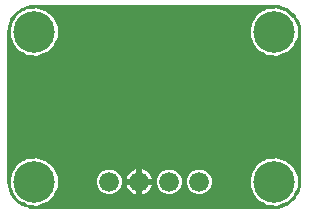
<source format=gbr>
G04 EAGLE Gerber RS-274X export*
G75*
%MOMM*%
%FSLAX34Y34*%
%LPD*%
%INBottom Copper*%
%IPPOS*%
%AMOC8*
5,1,8,0,0,1.08239X$1,22.5*%
G01*
%ADD10C,1.676400*%
%ADD11C,3.516000*%
%ADD12C,0.906400*%

G36*
X167662Y-142872D02*
X167662Y-142872D01*
X167740Y-142870D01*
X171117Y-142605D01*
X171185Y-142591D01*
X171254Y-142586D01*
X171410Y-142546D01*
X177834Y-140459D01*
X177941Y-140409D01*
X178052Y-140365D01*
X178103Y-140332D01*
X178122Y-140324D01*
X178137Y-140311D01*
X178188Y-140279D01*
X183652Y-136308D01*
X183739Y-136227D01*
X183786Y-136188D01*
X183792Y-136184D01*
X183793Y-136182D01*
X183831Y-136151D01*
X183869Y-136105D01*
X183884Y-136091D01*
X183895Y-136074D01*
X183933Y-136028D01*
X185626Y-133698D01*
X185639Y-133674D01*
X185656Y-133654D01*
X185715Y-133536D01*
X185779Y-133419D01*
X185786Y-133393D01*
X185798Y-133369D01*
X185825Y-133241D01*
X185839Y-133230D01*
X185863Y-133219D01*
X185965Y-133134D01*
X186071Y-133054D01*
X186088Y-133033D01*
X186108Y-133017D01*
X186211Y-132893D01*
X187904Y-130563D01*
X187961Y-130459D01*
X188025Y-130359D01*
X188047Y-130302D01*
X188057Y-130284D01*
X188062Y-130264D01*
X188084Y-130209D01*
X190171Y-123785D01*
X190184Y-123717D01*
X190207Y-123651D01*
X190230Y-123492D01*
X190495Y-120115D01*
X190495Y-120111D01*
X190496Y-120108D01*
X190495Y-120089D01*
X190499Y-120015D01*
X190499Y6985D01*
X190497Y7007D01*
X190495Y7085D01*
X190230Y10462D01*
X190216Y10530D01*
X190211Y10599D01*
X190171Y10755D01*
X188084Y17179D01*
X188033Y17286D01*
X187990Y17397D01*
X187957Y17448D01*
X187949Y17467D01*
X187936Y17482D01*
X187904Y17533D01*
X186211Y19863D01*
X186193Y19882D01*
X186179Y19905D01*
X186084Y19998D01*
X185993Y20094D01*
X185971Y20109D01*
X185952Y20127D01*
X185838Y20193D01*
X185832Y20209D01*
X185829Y20236D01*
X185780Y20360D01*
X185737Y20485D01*
X185722Y20507D01*
X185712Y20532D01*
X185626Y20668D01*
X183933Y22998D01*
X183852Y23084D01*
X183776Y23176D01*
X183730Y23214D01*
X183716Y23229D01*
X183698Y23240D01*
X183652Y23278D01*
X182076Y24424D01*
X178188Y27249D01*
X178084Y27306D01*
X177984Y27370D01*
X177927Y27392D01*
X177909Y27402D01*
X177889Y27407D01*
X177834Y27429D01*
X171410Y29516D01*
X171342Y29529D01*
X171276Y29552D01*
X171117Y29575D01*
X167740Y29840D01*
X167718Y29839D01*
X167640Y29844D01*
X-35560Y29844D01*
X-35582Y29842D01*
X-35660Y29840D01*
X-39037Y29575D01*
X-39105Y29561D01*
X-39174Y29556D01*
X-39330Y29516D01*
X-42068Y28626D01*
X-42093Y28615D01*
X-42119Y28609D01*
X-42236Y28548D01*
X-42356Y28491D01*
X-42377Y28474D01*
X-42400Y28462D01*
X-42498Y28374D01*
X-42515Y28373D01*
X-42542Y28378D01*
X-42674Y28370D01*
X-42807Y28368D01*
X-42832Y28360D01*
X-42859Y28359D01*
X-43015Y28319D01*
X-45754Y27429D01*
X-45861Y27379D01*
X-45972Y27335D01*
X-46023Y27302D01*
X-46042Y27294D01*
X-46057Y27281D01*
X-46108Y27249D01*
X-51572Y23278D01*
X-51659Y23197D01*
X-51751Y23121D01*
X-51789Y23075D01*
X-51804Y23061D01*
X-51815Y23043D01*
X-51853Y22997D01*
X-55824Y17533D01*
X-55881Y17429D01*
X-55945Y17329D01*
X-55967Y17272D01*
X-55977Y17254D01*
X-55982Y17234D01*
X-56004Y17179D01*
X-58091Y10755D01*
X-58104Y10687D01*
X-58127Y10621D01*
X-58150Y10462D01*
X-58415Y7085D01*
X-58414Y7063D01*
X-58419Y6985D01*
X-58419Y-120015D01*
X-58417Y-120037D01*
X-58415Y-120115D01*
X-58150Y-123492D01*
X-58136Y-123560D01*
X-58131Y-123629D01*
X-58091Y-123785D01*
X-56004Y-130209D01*
X-55954Y-130316D01*
X-55910Y-130427D01*
X-55877Y-130478D01*
X-55869Y-130497D01*
X-55856Y-130512D01*
X-55824Y-130563D01*
X-51853Y-136027D01*
X-51833Y-136049D01*
X-51822Y-136067D01*
X-51776Y-136110D01*
X-51772Y-136114D01*
X-51696Y-136206D01*
X-51650Y-136244D01*
X-51636Y-136259D01*
X-51618Y-136270D01*
X-51572Y-136308D01*
X-46364Y-140093D01*
X-46108Y-140279D01*
X-46004Y-140336D01*
X-45904Y-140400D01*
X-45847Y-140422D01*
X-45829Y-140432D01*
X-45809Y-140437D01*
X-45754Y-140459D01*
X-43015Y-141349D01*
X-42989Y-141354D01*
X-42964Y-141364D01*
X-42833Y-141384D01*
X-42703Y-141409D01*
X-42676Y-141407D01*
X-42650Y-141411D01*
X-42519Y-141397D01*
X-42505Y-141407D01*
X-42486Y-141426D01*
X-42375Y-141498D01*
X-42266Y-141573D01*
X-42241Y-141583D01*
X-42218Y-141597D01*
X-42069Y-141656D01*
X-39330Y-142546D01*
X-39262Y-142559D01*
X-39196Y-142582D01*
X-39037Y-142605D01*
X-35660Y-142870D01*
X-35638Y-142869D01*
X-35560Y-142874D01*
X167640Y-142874D01*
X167662Y-142872D01*
G37*
%LPC*%
G36*
X165916Y-139635D02*
X165916Y-139635D01*
X165898Y-139635D01*
X165783Y-139628D01*
X163739Y-139628D01*
X163191Y-139401D01*
X163092Y-139374D01*
X162997Y-139338D01*
X162905Y-139323D01*
X162884Y-139317D01*
X162871Y-139317D01*
X162838Y-139311D01*
X161419Y-139162D01*
X158455Y-137451D01*
X158453Y-137450D01*
X158450Y-137448D01*
X158306Y-137377D01*
X156530Y-136642D01*
X155933Y-136045D01*
X155866Y-135993D01*
X155805Y-135932D01*
X155691Y-135857D01*
X155682Y-135850D01*
X155678Y-135848D01*
X155671Y-135843D01*
X154169Y-134976D01*
X152379Y-132512D01*
X152366Y-132498D01*
X152356Y-132482D01*
X152249Y-132361D01*
X151013Y-131125D01*
X150597Y-130119D01*
X150562Y-130059D01*
X150537Y-129995D01*
X150451Y-129859D01*
X149248Y-128204D01*
X148687Y-125566D01*
X148676Y-125532D01*
X148671Y-125496D01*
X148619Y-125344D01*
X148027Y-123916D01*
X148027Y-122593D01*
X148021Y-122541D01*
X148023Y-122489D01*
X148000Y-122329D01*
X147508Y-120015D01*
X148000Y-117701D01*
X148004Y-117648D01*
X148017Y-117598D01*
X148027Y-117437D01*
X148027Y-116114D01*
X148619Y-114686D01*
X148628Y-114652D01*
X148644Y-114620D01*
X148687Y-114464D01*
X149248Y-111826D01*
X150451Y-110171D01*
X150484Y-110110D01*
X150526Y-110055D01*
X150597Y-109911D01*
X151013Y-108905D01*
X152249Y-107669D01*
X152261Y-107654D01*
X152276Y-107642D01*
X152379Y-107518D01*
X154169Y-105054D01*
X155671Y-104187D01*
X155739Y-104135D01*
X155813Y-104091D01*
X155915Y-104001D01*
X155924Y-103994D01*
X155927Y-103991D01*
X155933Y-103985D01*
X156530Y-103388D01*
X158306Y-102653D01*
X158308Y-102651D01*
X158311Y-102651D01*
X158455Y-102579D01*
X161419Y-100868D01*
X162838Y-100719D01*
X162938Y-100695D01*
X163039Y-100681D01*
X163127Y-100651D01*
X163148Y-100646D01*
X163160Y-100640D01*
X163191Y-100629D01*
X163739Y-100402D01*
X165783Y-100402D01*
X165800Y-100400D01*
X165916Y-100395D01*
X169744Y-99993D01*
X170813Y-100340D01*
X170930Y-100362D01*
X171045Y-100392D01*
X171105Y-100396D01*
X171125Y-100400D01*
X171146Y-100398D01*
X171205Y-100402D01*
X171541Y-100402D01*
X173449Y-101192D01*
X173470Y-101198D01*
X173543Y-101227D01*
X177706Y-102580D01*
X178318Y-103130D01*
X178429Y-103208D01*
X178537Y-103289D01*
X178567Y-103304D01*
X178579Y-103312D01*
X178599Y-103319D01*
X178681Y-103360D01*
X178750Y-103388D01*
X180045Y-104683D01*
X180059Y-104694D01*
X180093Y-104729D01*
X183927Y-108181D01*
X184140Y-108659D01*
X184219Y-108789D01*
X184490Y-109444D01*
X184495Y-109452D01*
X184503Y-109474D01*
X187332Y-115829D01*
X187332Y-124201D01*
X184503Y-130556D01*
X184500Y-130566D01*
X184490Y-130586D01*
X184234Y-131204D01*
X184215Y-131228D01*
X184210Y-131237D01*
X184208Y-131240D01*
X184203Y-131250D01*
X184140Y-131371D01*
X184025Y-131630D01*
X184017Y-131656D01*
X184004Y-131679D01*
X183971Y-131808D01*
X183954Y-131863D01*
X183920Y-131879D01*
X183900Y-131896D01*
X183876Y-131908D01*
X183750Y-132008D01*
X180093Y-135301D01*
X180081Y-135315D01*
X180045Y-135347D01*
X178750Y-136642D01*
X178681Y-136670D01*
X178564Y-136737D01*
X178444Y-136800D01*
X178417Y-136821D01*
X178405Y-136828D01*
X178390Y-136843D01*
X178318Y-136900D01*
X177706Y-137450D01*
X173542Y-138803D01*
X173523Y-138812D01*
X173449Y-138838D01*
X171541Y-139628D01*
X171205Y-139628D01*
X171087Y-139643D01*
X170969Y-139650D01*
X170910Y-139665D01*
X170890Y-139668D01*
X170871Y-139675D01*
X170813Y-139690D01*
X169744Y-140037D01*
X165916Y-139635D01*
G37*
%LPD*%
%LPC*%
G36*
X-37284Y-139635D02*
X-37284Y-139635D01*
X-37302Y-139635D01*
X-37417Y-139628D01*
X-39461Y-139628D01*
X-40009Y-139401D01*
X-40108Y-139374D01*
X-40203Y-139338D01*
X-40295Y-139323D01*
X-40316Y-139317D01*
X-40329Y-139317D01*
X-40362Y-139311D01*
X-41544Y-139187D01*
X-41570Y-139188D01*
X-41596Y-139183D01*
X-41729Y-139191D01*
X-41787Y-139192D01*
X-41813Y-139165D01*
X-41835Y-139150D01*
X-41854Y-139132D01*
X-41988Y-139043D01*
X-44745Y-137451D01*
X-44747Y-137450D01*
X-44750Y-137448D01*
X-44894Y-137377D01*
X-46670Y-136642D01*
X-47267Y-136045D01*
X-47334Y-135993D01*
X-47395Y-135932D01*
X-47509Y-135857D01*
X-47518Y-135850D01*
X-47522Y-135848D01*
X-47529Y-135843D01*
X-49031Y-134976D01*
X-50821Y-132512D01*
X-50834Y-132498D01*
X-50844Y-132482D01*
X-50951Y-132361D01*
X-52187Y-131125D01*
X-52603Y-130119D01*
X-52638Y-130059D01*
X-52663Y-129995D01*
X-52749Y-129859D01*
X-53952Y-128204D01*
X-54513Y-125566D01*
X-54524Y-125532D01*
X-54529Y-125496D01*
X-54581Y-125344D01*
X-55173Y-123916D01*
X-55173Y-122593D01*
X-55179Y-122541D01*
X-55177Y-122489D01*
X-55200Y-122329D01*
X-55692Y-120015D01*
X-55200Y-117701D01*
X-55196Y-117648D01*
X-55183Y-117598D01*
X-55173Y-117437D01*
X-55173Y-116114D01*
X-54581Y-114686D01*
X-54572Y-114652D01*
X-54556Y-114620D01*
X-54513Y-114464D01*
X-53952Y-111826D01*
X-52749Y-110171D01*
X-52716Y-110110D01*
X-52674Y-110055D01*
X-52603Y-109911D01*
X-52187Y-108905D01*
X-50951Y-107669D01*
X-50939Y-107654D01*
X-50924Y-107642D01*
X-50821Y-107518D01*
X-49031Y-105054D01*
X-47529Y-104187D01*
X-47461Y-104135D01*
X-47387Y-104091D01*
X-47285Y-104001D01*
X-47276Y-103994D01*
X-47273Y-103991D01*
X-47267Y-103985D01*
X-46670Y-103388D01*
X-44894Y-102653D01*
X-44892Y-102651D01*
X-44889Y-102651D01*
X-44745Y-102579D01*
X-41781Y-100868D01*
X-40362Y-100719D01*
X-40262Y-100695D01*
X-40161Y-100681D01*
X-40073Y-100651D01*
X-40052Y-100646D01*
X-40040Y-100640D01*
X-40009Y-100629D01*
X-39461Y-100402D01*
X-37417Y-100402D01*
X-37400Y-100400D01*
X-37284Y-100395D01*
X-33456Y-99993D01*
X-32387Y-100340D01*
X-32270Y-100362D01*
X-32155Y-100392D01*
X-32095Y-100396D01*
X-32075Y-100400D01*
X-32054Y-100398D01*
X-31995Y-100402D01*
X-31659Y-100402D01*
X-29751Y-101192D01*
X-29730Y-101198D01*
X-29657Y-101227D01*
X-25494Y-102580D01*
X-24882Y-103130D01*
X-24771Y-103208D01*
X-24663Y-103289D01*
X-24633Y-103304D01*
X-24621Y-103312D01*
X-24601Y-103319D01*
X-24519Y-103360D01*
X-24450Y-103388D01*
X-23155Y-104683D01*
X-23141Y-104694D01*
X-23107Y-104729D01*
X-19273Y-108181D01*
X-19060Y-108659D01*
X-18981Y-108789D01*
X-18710Y-109444D01*
X-18705Y-109452D01*
X-18697Y-109474D01*
X-15868Y-115829D01*
X-15868Y-124201D01*
X-18697Y-130556D01*
X-18700Y-130566D01*
X-18710Y-130586D01*
X-18966Y-131204D01*
X-18985Y-131228D01*
X-18990Y-131236D01*
X-18992Y-131240D01*
X-18997Y-131251D01*
X-19060Y-131371D01*
X-19273Y-131849D01*
X-23107Y-135301D01*
X-23119Y-135315D01*
X-23155Y-135347D01*
X-24450Y-136642D01*
X-24519Y-136670D01*
X-24636Y-136737D01*
X-24756Y-136800D01*
X-24783Y-136821D01*
X-24795Y-136828D01*
X-24810Y-136843D01*
X-24882Y-136900D01*
X-25494Y-137450D01*
X-29658Y-138803D01*
X-29677Y-138812D01*
X-29751Y-138838D01*
X-31659Y-139628D01*
X-31995Y-139628D01*
X-32113Y-139643D01*
X-32231Y-139650D01*
X-32290Y-139665D01*
X-32310Y-139668D01*
X-32329Y-139675D01*
X-32387Y-139690D01*
X-33456Y-140037D01*
X-37284Y-139635D01*
G37*
%LPD*%
%LPC*%
G36*
X165916Y-12635D02*
X165916Y-12635D01*
X165898Y-12635D01*
X165783Y-12628D01*
X163739Y-12628D01*
X163191Y-12401D01*
X163092Y-12374D01*
X162997Y-12338D01*
X162905Y-12323D01*
X162884Y-12317D01*
X162871Y-12317D01*
X162838Y-12311D01*
X161419Y-12162D01*
X158455Y-10451D01*
X158453Y-10450D01*
X158450Y-10448D01*
X158306Y-10377D01*
X156530Y-9642D01*
X155933Y-9045D01*
X155866Y-8993D01*
X155805Y-8932D01*
X155691Y-8857D01*
X155682Y-8850D01*
X155678Y-8848D01*
X155671Y-8843D01*
X154169Y-7976D01*
X152379Y-5512D01*
X152366Y-5498D01*
X152356Y-5482D01*
X152249Y-5361D01*
X151013Y-4125D01*
X150597Y-3119D01*
X150562Y-3059D01*
X150537Y-2995D01*
X150451Y-2859D01*
X149248Y-1204D01*
X148687Y1434D01*
X148676Y1468D01*
X148671Y1504D01*
X148619Y1656D01*
X148027Y3084D01*
X148027Y4407D01*
X148021Y4459D01*
X148023Y4511D01*
X148000Y4671D01*
X147508Y6985D01*
X148000Y9299D01*
X148004Y9352D01*
X148017Y9402D01*
X148027Y9563D01*
X148027Y10886D01*
X148619Y12314D01*
X148628Y12348D01*
X148644Y12380D01*
X148687Y12536D01*
X149248Y15174D01*
X150451Y16829D01*
X150484Y16890D01*
X150526Y16945D01*
X150597Y17089D01*
X151013Y18095D01*
X152249Y19331D01*
X152261Y19346D01*
X152276Y19358D01*
X152379Y19482D01*
X154169Y21946D01*
X155671Y22813D01*
X155739Y22865D01*
X155813Y22909D01*
X155915Y22999D01*
X155924Y23006D01*
X155927Y23009D01*
X155933Y23015D01*
X156530Y23612D01*
X158306Y24347D01*
X158308Y24349D01*
X158311Y24349D01*
X158455Y24421D01*
X161419Y26132D01*
X162838Y26281D01*
X162938Y26305D01*
X163039Y26319D01*
X163127Y26349D01*
X163148Y26354D01*
X163160Y26360D01*
X163191Y26371D01*
X163739Y26598D01*
X165783Y26598D01*
X165800Y26600D01*
X165916Y26605D01*
X169744Y27007D01*
X170813Y26660D01*
X170930Y26638D01*
X171045Y26608D01*
X171105Y26604D01*
X171125Y26600D01*
X171146Y26602D01*
X171205Y26598D01*
X171541Y26598D01*
X173449Y25807D01*
X173470Y25802D01*
X173543Y25773D01*
X177706Y24420D01*
X178318Y23870D01*
X178429Y23792D01*
X178537Y23711D01*
X178567Y23696D01*
X178579Y23688D01*
X178599Y23681D01*
X178681Y23640D01*
X178750Y23612D01*
X180045Y22317D01*
X180059Y22306D01*
X180093Y22271D01*
X183750Y18978D01*
X183772Y18963D01*
X183790Y18944D01*
X183902Y18872D01*
X183950Y18839D01*
X183954Y18802D01*
X183964Y18777D01*
X183969Y18751D01*
X184025Y18600D01*
X184140Y18341D01*
X184219Y18211D01*
X184490Y17556D01*
X184495Y17547D01*
X184503Y17526D01*
X187332Y11171D01*
X187332Y2799D01*
X184503Y-3556D01*
X184500Y-3566D01*
X184490Y-3586D01*
X184234Y-4204D01*
X184215Y-4228D01*
X184210Y-4236D01*
X184208Y-4240D01*
X184203Y-4251D01*
X184140Y-4371D01*
X183927Y-4849D01*
X180093Y-8301D01*
X180081Y-8315D01*
X180045Y-8347D01*
X178750Y-9642D01*
X178681Y-9670D01*
X178564Y-9737D01*
X178444Y-9800D01*
X178417Y-9821D01*
X178405Y-9828D01*
X178390Y-9843D01*
X178318Y-9900D01*
X177706Y-10450D01*
X173542Y-11803D01*
X173523Y-11812D01*
X173449Y-11838D01*
X171541Y-12628D01*
X171205Y-12628D01*
X171087Y-12643D01*
X170969Y-12650D01*
X170910Y-12665D01*
X170890Y-12668D01*
X170871Y-12675D01*
X170813Y-12690D01*
X169744Y-13037D01*
X165916Y-12635D01*
G37*
%LPD*%
%LPC*%
G36*
X-37284Y-12635D02*
X-37284Y-12635D01*
X-37302Y-12635D01*
X-37417Y-12628D01*
X-39461Y-12628D01*
X-40009Y-12401D01*
X-40108Y-12374D01*
X-40203Y-12338D01*
X-40295Y-12323D01*
X-40316Y-12317D01*
X-40329Y-12317D01*
X-40362Y-12311D01*
X-41781Y-12162D01*
X-44745Y-10451D01*
X-44747Y-10450D01*
X-44750Y-10448D01*
X-44894Y-10377D01*
X-46670Y-9642D01*
X-47267Y-9045D01*
X-47334Y-8993D01*
X-47395Y-8932D01*
X-47509Y-8857D01*
X-47518Y-8850D01*
X-47522Y-8848D01*
X-47529Y-8843D01*
X-49031Y-7976D01*
X-50821Y-5512D01*
X-50834Y-5498D01*
X-50844Y-5482D01*
X-50951Y-5361D01*
X-52187Y-4125D01*
X-52603Y-3119D01*
X-52638Y-3059D01*
X-52663Y-2995D01*
X-52749Y-2859D01*
X-53952Y-1204D01*
X-54513Y1434D01*
X-54524Y1468D01*
X-54529Y1504D01*
X-54581Y1656D01*
X-55173Y3084D01*
X-55173Y4407D01*
X-55179Y4459D01*
X-55177Y4511D01*
X-55200Y4671D01*
X-55692Y6985D01*
X-55200Y9299D01*
X-55196Y9352D01*
X-55183Y9402D01*
X-55173Y9563D01*
X-55173Y10886D01*
X-54581Y12314D01*
X-54572Y12348D01*
X-54556Y12380D01*
X-54513Y12536D01*
X-53952Y15174D01*
X-52749Y16829D01*
X-52716Y16890D01*
X-52674Y16945D01*
X-52603Y17089D01*
X-52187Y18095D01*
X-50951Y19331D01*
X-50939Y19346D01*
X-50924Y19358D01*
X-50821Y19482D01*
X-49031Y21946D01*
X-47529Y22813D01*
X-47461Y22865D01*
X-47387Y22909D01*
X-47285Y22999D01*
X-47276Y23006D01*
X-47273Y23009D01*
X-47267Y23015D01*
X-46670Y23612D01*
X-44894Y24347D01*
X-44892Y24349D01*
X-44889Y24349D01*
X-44745Y24421D01*
X-41988Y26013D01*
X-41967Y26029D01*
X-41943Y26040D01*
X-41841Y26125D01*
X-41794Y26160D01*
X-41757Y26153D01*
X-41731Y26154D01*
X-41704Y26150D01*
X-41544Y26157D01*
X-40362Y26281D01*
X-40262Y26305D01*
X-40161Y26319D01*
X-40073Y26349D01*
X-40052Y26354D01*
X-40040Y26360D01*
X-40009Y26371D01*
X-39461Y26598D01*
X-37417Y26598D01*
X-37400Y26600D01*
X-37284Y26605D01*
X-33456Y27007D01*
X-32387Y26660D01*
X-32270Y26638D01*
X-32155Y26608D01*
X-32095Y26604D01*
X-32075Y26600D01*
X-32054Y26602D01*
X-31995Y26598D01*
X-31659Y26598D01*
X-29751Y25807D01*
X-29730Y25802D01*
X-29657Y25773D01*
X-25494Y24420D01*
X-24882Y23870D01*
X-24771Y23792D01*
X-24663Y23711D01*
X-24633Y23696D01*
X-24621Y23688D01*
X-24601Y23681D01*
X-24519Y23640D01*
X-24450Y23612D01*
X-23155Y22317D01*
X-23141Y22306D01*
X-23107Y22271D01*
X-19273Y18819D01*
X-19060Y18341D01*
X-18981Y18211D01*
X-18710Y17556D01*
X-18705Y17547D01*
X-18697Y17526D01*
X-15868Y11171D01*
X-15868Y2799D01*
X-18697Y-3556D01*
X-18700Y-3566D01*
X-18710Y-3586D01*
X-18966Y-4204D01*
X-18985Y-4228D01*
X-18990Y-4236D01*
X-18992Y-4240D01*
X-18997Y-4251D01*
X-19060Y-4371D01*
X-19273Y-4849D01*
X-23107Y-8301D01*
X-23119Y-8315D01*
X-23155Y-8347D01*
X-24450Y-9642D01*
X-24519Y-9670D01*
X-24636Y-9737D01*
X-24756Y-9800D01*
X-24783Y-9821D01*
X-24795Y-9828D01*
X-24810Y-9843D01*
X-24882Y-9900D01*
X-25494Y-10450D01*
X-29658Y-11803D01*
X-29677Y-11812D01*
X-29751Y-11838D01*
X-31659Y-12628D01*
X-31995Y-12628D01*
X-32113Y-12643D01*
X-32231Y-12650D01*
X-32290Y-12665D01*
X-32310Y-12668D01*
X-32329Y-12675D01*
X-32387Y-12690D01*
X-33456Y-13037D01*
X-37284Y-12635D01*
G37*
%LPD*%
%LPC*%
G36*
X102068Y-130430D02*
X102068Y-130430D01*
X98241Y-128844D01*
X95311Y-125914D01*
X93725Y-122087D01*
X93725Y-117943D01*
X95311Y-114116D01*
X98241Y-111186D01*
X102068Y-109600D01*
X106212Y-109600D01*
X110039Y-111186D01*
X112969Y-114116D01*
X114555Y-117943D01*
X114555Y-122087D01*
X112969Y-125914D01*
X110039Y-128844D01*
X106212Y-130430D01*
X102068Y-130430D01*
G37*
%LPD*%
%LPC*%
G36*
X76668Y-130430D02*
X76668Y-130430D01*
X72841Y-128844D01*
X69911Y-125914D01*
X68325Y-122087D01*
X68325Y-117943D01*
X69911Y-114116D01*
X72841Y-111186D01*
X76668Y-109600D01*
X80812Y-109600D01*
X84639Y-111186D01*
X87569Y-114116D01*
X89155Y-117943D01*
X89155Y-122087D01*
X87569Y-125914D01*
X84639Y-128844D01*
X80812Y-130430D01*
X76668Y-130430D01*
G37*
%LPD*%
%LPC*%
G36*
X25868Y-130430D02*
X25868Y-130430D01*
X22041Y-128844D01*
X19111Y-125914D01*
X17525Y-122087D01*
X17525Y-117943D01*
X19111Y-114116D01*
X22041Y-111186D01*
X25868Y-109600D01*
X30012Y-109600D01*
X33839Y-111186D01*
X36769Y-114116D01*
X38355Y-117943D01*
X38355Y-122087D01*
X36769Y-125914D01*
X33839Y-128844D01*
X30012Y-130430D01*
X25868Y-130430D01*
G37*
%LPD*%
%LPC*%
G36*
X55839Y-122514D02*
X55839Y-122514D01*
X64003Y-122514D01*
X63994Y-122573D01*
X63463Y-124208D01*
X62682Y-125740D01*
X61671Y-127131D01*
X60456Y-128346D01*
X59065Y-129357D01*
X57533Y-130138D01*
X55898Y-130669D01*
X55839Y-130678D01*
X55839Y-122514D01*
G37*
%LPD*%
%LPC*%
G36*
X55839Y-117516D02*
X55839Y-117516D01*
X55839Y-109352D01*
X55898Y-109361D01*
X57533Y-109892D01*
X59065Y-110673D01*
X60456Y-111684D01*
X61671Y-112899D01*
X62682Y-114290D01*
X63463Y-115822D01*
X63994Y-117457D01*
X64003Y-117516D01*
X55839Y-117516D01*
G37*
%LPD*%
%LPC*%
G36*
X50782Y-130669D02*
X50782Y-130669D01*
X49147Y-130138D01*
X47615Y-129357D01*
X46224Y-128346D01*
X45009Y-127131D01*
X43998Y-125740D01*
X43217Y-124208D01*
X42686Y-122573D01*
X42677Y-122514D01*
X50841Y-122514D01*
X50841Y-130678D01*
X50782Y-130669D01*
G37*
%LPD*%
%LPC*%
G36*
X42677Y-117516D02*
X42677Y-117516D01*
X42686Y-117457D01*
X43217Y-115822D01*
X43998Y-114290D01*
X45009Y-112899D01*
X46224Y-111684D01*
X47615Y-110673D01*
X49147Y-109892D01*
X50782Y-109361D01*
X50841Y-109352D01*
X50841Y-117516D01*
X42677Y-117516D01*
G37*
%LPD*%
D10*
X27940Y-120015D03*
X53340Y-120015D03*
X78740Y-120015D03*
X104140Y-120015D03*
D11*
X-35560Y6985D03*
X167640Y6985D03*
X-35560Y-120015D03*
X167640Y-120015D03*
D12*
X-13273Y-31071D03*
X58420Y-76835D03*
X158750Y-71755D03*
X151130Y-29845D03*
M02*

</source>
